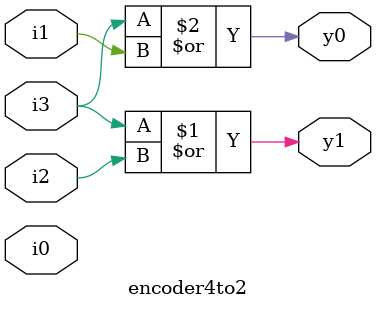
<source format=v>
`timescale 1ns / 1ps


module encoder4to2(y0, y1, i0, i1, i2, i3);
input i0,i1, i2, i3;
output y0, y1;

    or (y1,i3,i2);
    or (y0,i3,i1);
endmodule

</source>
